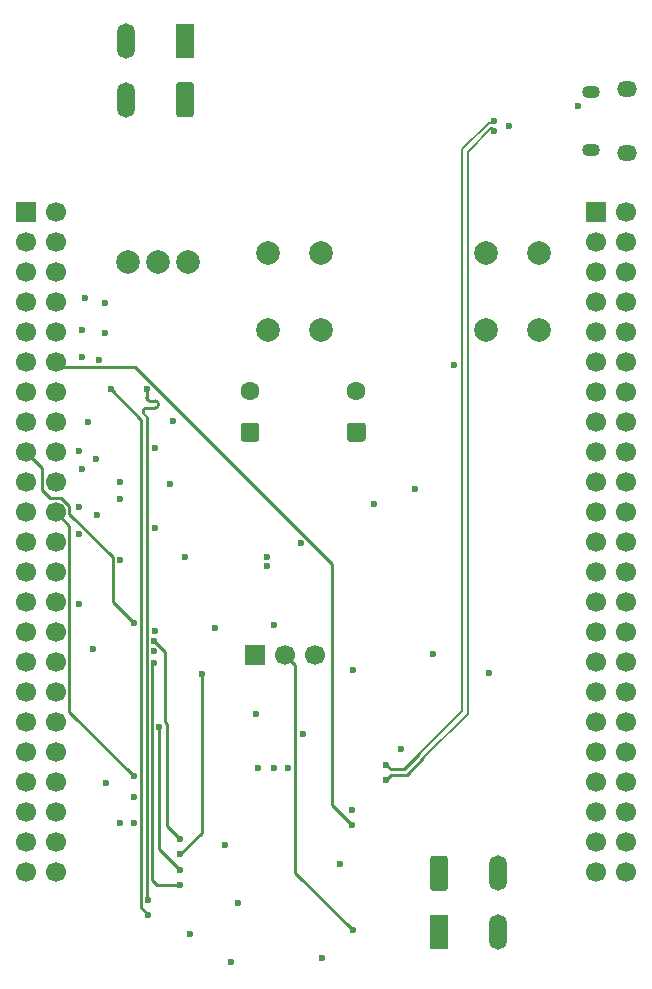
<source format=gbr>
G04 #@! TF.GenerationSoftware,KiCad,Pcbnew,9.0.1+1*
G04 #@! TF.CreationDate,2025-11-22T15:40:33+00:00*
G04 #@! TF.ProjectId,com4bbb,636f6d34-6262-4622-9e6b-696361645f70,rev?*
G04 #@! TF.SameCoordinates,Original*
G04 #@! TF.FileFunction,Copper,L3,Inr*
G04 #@! TF.FilePolarity,Positive*
%FSLAX46Y46*%
G04 Gerber Fmt 4.6, Leading zero omitted, Abs format (unit mm)*
G04 Created by KiCad (PCBNEW 9.0.1+1) date 2025-11-22 15:40:33*
%MOMM*%
%LPD*%
G01*
G04 APERTURE LIST*
G04 #@! TA.AperFunction,ComponentPad*
%ADD10R,1.700000X1.700000*%
G04 #@! TD*
G04 #@! TA.AperFunction,ComponentPad*
%ADD11C,1.700000*%
G04 #@! TD*
G04 #@! TA.AperFunction,ComponentPad*
%ADD12R,1.500000X3.000000*%
G04 #@! TD*
G04 #@! TA.AperFunction,ComponentPad*
%ADD13O,1.500000X3.000000*%
G04 #@! TD*
G04 #@! TA.AperFunction,ComponentPad*
%ADD14C,2.000000*%
G04 #@! TD*
G04 #@! TA.AperFunction,ComponentPad*
%ADD15C,1.600000*%
G04 #@! TD*
G04 #@! TA.AperFunction,HeatsinkPad*
%ADD16O,1.700000X1.350000*%
G04 #@! TD*
G04 #@! TA.AperFunction,HeatsinkPad*
%ADD17O,1.500000X1.100000*%
G04 #@! TD*
G04 #@! TA.AperFunction,ViaPad*
%ADD18C,0.600000*%
G04 #@! TD*
G04 #@! TA.AperFunction,Conductor*
%ADD19C,0.250000*%
G04 #@! TD*
G04 #@! TA.AperFunction,Conductor*
%ADD20C,0.200000*%
G04 #@! TD*
G04 APERTURE END LIST*
D10*
X164630100Y-62382400D03*
D11*
X167170100Y-62382400D03*
X164630100Y-64922400D03*
X167170100Y-64922400D03*
X164630100Y-67462400D03*
X167170100Y-67462400D03*
X164630100Y-70002400D03*
X167170100Y-70002400D03*
X164630100Y-72542400D03*
X167170100Y-72542400D03*
X164630100Y-75082400D03*
X167170100Y-75082400D03*
X164630100Y-77622400D03*
X167170100Y-77622400D03*
X164630100Y-80162400D03*
X167170100Y-80162400D03*
X164630100Y-82702400D03*
X167170100Y-82702400D03*
X164630100Y-85242400D03*
X167170100Y-85242400D03*
X164630100Y-87782400D03*
X167170100Y-87782400D03*
X164630100Y-90322400D03*
X167170100Y-90322400D03*
X164630100Y-92862400D03*
X167170100Y-92862400D03*
X164630100Y-95402400D03*
X167170100Y-95402400D03*
X164630100Y-97942400D03*
X167170100Y-97942400D03*
X164630100Y-100482400D03*
X167170100Y-100482400D03*
X164630100Y-103022400D03*
X167170100Y-103022400D03*
X164630100Y-105562400D03*
X167170100Y-105562400D03*
X164630100Y-108102400D03*
X167170100Y-108102400D03*
X164630100Y-110642400D03*
X167170100Y-110642400D03*
X164630100Y-113182400D03*
X167170100Y-113182400D03*
X164630100Y-115722400D03*
X167170100Y-115722400D03*
X164630100Y-118262400D03*
X167170100Y-118262400D03*
D10*
X116370100Y-62382400D03*
D11*
X118910100Y-62382400D03*
X116370100Y-64922400D03*
X118910100Y-64922400D03*
X116370100Y-67462400D03*
X118910100Y-67462400D03*
X116370100Y-70002400D03*
X118910100Y-70002400D03*
X116370100Y-72542400D03*
X118910100Y-72542400D03*
X116370100Y-75082400D03*
X118910100Y-75082400D03*
X116370100Y-77622400D03*
X118910100Y-77622400D03*
X116370100Y-80162400D03*
X118910100Y-80162400D03*
X116370100Y-82702400D03*
X118910100Y-82702400D03*
X116370100Y-85242400D03*
X118910100Y-85242400D03*
X116370100Y-87782400D03*
X118910100Y-87782400D03*
X116370100Y-90322400D03*
X118910100Y-90322400D03*
X116370100Y-92862400D03*
X118910100Y-92862400D03*
X116370100Y-95402400D03*
X118910100Y-95402400D03*
X116370100Y-97942400D03*
X118910100Y-97942400D03*
X116370100Y-100482400D03*
X118910100Y-100482400D03*
X116370100Y-103022400D03*
X118910100Y-103022400D03*
X116370100Y-105562400D03*
X118910100Y-105562400D03*
X116370100Y-108102400D03*
X118910100Y-108102400D03*
X116370100Y-110642400D03*
X118910100Y-110642400D03*
X116370100Y-113182400D03*
X118910100Y-113182400D03*
X116370100Y-115722400D03*
X118910100Y-115722400D03*
X116370100Y-118262400D03*
X118910100Y-118262400D03*
G04 #@! TA.AperFunction,ComponentPad*
G36*
G01*
X150620100Y-119632399D02*
X150620100Y-117132401D01*
G75*
G02*
X150870101Y-116882400I250001J0D01*
G01*
X151870099Y-116882400D01*
G75*
G02*
X152120100Y-117132401I0J-250001D01*
G01*
X152120100Y-119632399D01*
G75*
G02*
X151870099Y-119882400I-250001J0D01*
G01*
X150870101Y-119882400D01*
G75*
G02*
X150620100Y-119632399I0J250001D01*
G01*
G37*
G04 #@! TD.AperFunction*
D12*
X151370100Y-123382400D03*
D13*
X156370100Y-118382400D03*
X156370100Y-123382400D03*
D14*
X155370100Y-72382400D03*
X155370100Y-65882400D03*
X159870100Y-72382400D03*
X159870100Y-65882400D03*
X136870100Y-72382400D03*
X136870100Y-65882400D03*
X141370100Y-72382400D03*
X141370100Y-65882400D03*
G04 #@! TA.AperFunction,ComponentPad*
G36*
G01*
X130620100Y-51632401D02*
X130620100Y-54132399D01*
G75*
G02*
X130370099Y-54382400I-250001J0D01*
G01*
X129370101Y-54382400D01*
G75*
G02*
X129120100Y-54132399I0J250001D01*
G01*
X129120100Y-51632401D01*
G75*
G02*
X129370101Y-51382400I250001J0D01*
G01*
X130370099Y-51382400D01*
G75*
G02*
X130620100Y-51632401I0J-250001D01*
G01*
G37*
G04 #@! TD.AperFunction*
D12*
X129870100Y-47882400D03*
D13*
X124870100Y-52882400D03*
X124870100Y-47882400D03*
D14*
X130160100Y-66632400D03*
X127620100Y-66632400D03*
X125080100Y-66632400D03*
G04 #@! TA.AperFunction,ComponentPad*
G36*
G01*
X135920100Y-81835051D02*
X134820100Y-81835051D01*
G75*
G02*
X134570100Y-81585051I0J250000D01*
G01*
X134570100Y-80485051D01*
G75*
G02*
X134820100Y-80235051I250000J0D01*
G01*
X135920100Y-80235051D01*
G75*
G02*
X136170100Y-80485051I0J-250000D01*
G01*
X136170100Y-81585051D01*
G75*
G02*
X135920100Y-81835051I-250000J0D01*
G01*
G37*
G04 #@! TD.AperFunction*
D15*
X135370100Y-77535051D03*
G04 #@! TA.AperFunction,ComponentPad*
G36*
G01*
X144920100Y-81835051D02*
X143820100Y-81835051D01*
G75*
G02*
X143570100Y-81585051I0J250000D01*
G01*
X143570100Y-80485051D01*
G75*
G02*
X143820100Y-80235051I250000J0D01*
G01*
X144920100Y-80235051D01*
G75*
G02*
X145170100Y-80485051I0J-250000D01*
G01*
X145170100Y-81585051D01*
G75*
G02*
X144920100Y-81835051I-250000J0D01*
G01*
G37*
G04 #@! TD.AperFunction*
X144370100Y-77535051D03*
D16*
X167250100Y-57412400D03*
D17*
X164250100Y-57102400D03*
X164250100Y-52262400D03*
D16*
X167250100Y-51952400D03*
D10*
X135830100Y-99882400D03*
D11*
X138370100Y-99882400D03*
X140910100Y-99882400D03*
D18*
X133770100Y-125882400D03*
X122620100Y-74882400D03*
X130270100Y-123482400D03*
X129870100Y-91582400D03*
X121370100Y-69632400D03*
X128870100Y-80082400D03*
X128570100Y-85382400D03*
X123120100Y-70132400D03*
X127245100Y-99582400D03*
X163170100Y-53382400D03*
X148120100Y-107882400D03*
X120870100Y-95582400D03*
X144120100Y-101132400D03*
X120870100Y-82632400D03*
X120870100Y-87382400D03*
X135870100Y-104882400D03*
X121120100Y-72382400D03*
X141470100Y-125582400D03*
X120870100Y-89682400D03*
X124370100Y-91882400D03*
X123120100Y-72632400D03*
X134370100Y-120882400D03*
X121170100Y-84182400D03*
X121120100Y-74632400D03*
X132370100Y-97632400D03*
X157270100Y-55082400D03*
X133270100Y-115982400D03*
X122070100Y-99382400D03*
X121620100Y-80132400D03*
X137370100Y-97382400D03*
X142970100Y-117582400D03*
X152620100Y-75382400D03*
X127370100Y-97828400D03*
X127370100Y-82382400D03*
X127370100Y-89132400D03*
X149370100Y-85882400D03*
X124370100Y-114132400D03*
X123170099Y-110772399D03*
X143970100Y-114282400D03*
X150902600Y-99849900D03*
X139870100Y-106582400D03*
X125544100Y-97203400D03*
X124370100Y-86682400D03*
X136797652Y-92381928D03*
X139687042Y-90449342D03*
X136770100Y-91582400D03*
X124370100Y-85242400D03*
X125537012Y-110162188D03*
X137370100Y-109482400D03*
X155620100Y-101382400D03*
X143970100Y-112982400D03*
X129470100Y-115482400D03*
X127245100Y-98682400D03*
X129470100Y-118082400D03*
X127696100Y-105982400D03*
X131270100Y-101482400D03*
X129470100Y-116782400D03*
X127245100Y-100582400D03*
X129470100Y-119382400D03*
X122385100Y-88017400D03*
X122370100Y-83282400D03*
X123570100Y-77382400D03*
X126770100Y-121882400D03*
X126620100Y-77382400D03*
X126770100Y-120682400D03*
X144070100Y-123182400D03*
X138570100Y-109482400D03*
X125544100Y-114133400D03*
X125544100Y-111882400D03*
X136070100Y-109482400D03*
X146870100Y-109182400D03*
X156070100Y-54657400D03*
X156070100Y-55507400D03*
X146870100Y-110482400D03*
X145870100Y-87132400D03*
D19*
X142306100Y-112618400D02*
X142306100Y-92183102D01*
X142306100Y-92183102D02*
X125631398Y-75508400D01*
X119336100Y-75508400D02*
X118910100Y-75082400D01*
X125631398Y-75508400D02*
X119336100Y-75508400D01*
X143970100Y-114282400D02*
X142306100Y-112618400D01*
X123744100Y-95403400D02*
X125544100Y-97203400D01*
X118422984Y-86606400D02*
X119397216Y-86606400D01*
X123744100Y-91623102D02*
X123744100Y-95403400D01*
X117734100Y-84066400D02*
X117734100Y-85917516D01*
X117734100Y-85917516D02*
X118422984Y-86606400D01*
X116370100Y-82702400D02*
X117734100Y-84066400D01*
X120086100Y-87965102D02*
X123744100Y-91623102D01*
X120086100Y-87295284D02*
X120086100Y-87965102D01*
X119397216Y-86606400D02*
X120086100Y-87295284D01*
X120086100Y-88958400D02*
X120086100Y-104711276D01*
X118910100Y-87782400D02*
X120086100Y-88958400D01*
X120086100Y-104711276D02*
X125537012Y-110162188D01*
X128370100Y-114382400D02*
X128370100Y-105771102D01*
X129470100Y-115482400D02*
X128370100Y-114382400D01*
X128176650Y-105577652D02*
X128176650Y-99613950D01*
X128176650Y-99613950D02*
X127245100Y-98682400D01*
X128370100Y-105771102D02*
X128176650Y-105577652D01*
X127696100Y-105982400D02*
X127696100Y-116308400D01*
X127696100Y-116308400D02*
X129470100Y-118082400D01*
X131303550Y-101515850D02*
X131303550Y-114948950D01*
X131303550Y-114948950D02*
X129470100Y-116782400D01*
X131270100Y-101482400D02*
X131303550Y-101515850D01*
X127470100Y-119382400D02*
X127071100Y-118983400D01*
X127071100Y-100756400D02*
X127245100Y-100582400D01*
X129470100Y-119382400D02*
X127470100Y-119382400D01*
X127071100Y-118983400D02*
X127071100Y-100756400D01*
X126169100Y-79981400D02*
X126169100Y-120398102D01*
X126144100Y-120423102D02*
X126144100Y-121256400D01*
X126169100Y-120398102D02*
X126144100Y-120423102D01*
X123570100Y-77382400D02*
X126169100Y-79981400D01*
X126144100Y-121256400D02*
X126770100Y-121882400D01*
X126481977Y-78981227D02*
X127364031Y-78981227D01*
X127604031Y-78621227D02*
X127604031Y-78741227D01*
X126620100Y-79719350D02*
X126620100Y-120532400D01*
X126620100Y-120532400D02*
X126770100Y-120682400D01*
X126860100Y-78381227D02*
X127364031Y-78381227D01*
X126620100Y-77382400D02*
X126620100Y-78141227D01*
X126343854Y-79119350D02*
X126343854Y-79443104D01*
X126343854Y-79443104D02*
G75*
G03*
X126481977Y-79581246I138146J4D01*
G01*
X126620100Y-78141227D02*
G75*
G03*
X126860100Y-78381200I240000J27D01*
G01*
X126481977Y-79581227D02*
G75*
G02*
X126620073Y-79719350I23J-138073D01*
G01*
X127604031Y-78741227D02*
G75*
G02*
X127364031Y-78981231I-240031J27D01*
G01*
X126481977Y-78981227D02*
G75*
G03*
X126343927Y-79119350I23J-138073D01*
G01*
X127364031Y-78381227D02*
G75*
G02*
X127603973Y-78621227I-31J-239973D01*
G01*
X144070100Y-123182400D02*
X139220100Y-118332400D01*
X139220100Y-100732400D02*
X138370100Y-99882400D01*
X139220100Y-118332400D02*
X139220100Y-100732400D01*
D20*
X155870101Y-54857399D02*
X155576903Y-54857399D01*
D19*
X148416546Y-109582400D02*
X149693323Y-108305623D01*
X147270100Y-109582400D02*
X148416546Y-109582400D01*
X146870100Y-109182400D02*
X147270100Y-109582400D01*
D20*
X153345100Y-104653846D02*
X149693323Y-108305623D01*
X156070100Y-54657400D02*
X155870101Y-54857399D01*
X153345100Y-57089202D02*
X153345100Y-104653846D01*
X155576903Y-54857399D02*
X153345100Y-57089202D01*
X156070100Y-55507400D02*
X155870101Y-55307401D01*
D19*
X146870100Y-110482400D02*
X147270100Y-110082400D01*
D20*
X155763297Y-55307401D02*
X153795100Y-57275598D01*
D19*
X147270100Y-110082400D02*
X148623654Y-110082400D01*
D20*
X153795100Y-104910954D02*
X150046877Y-108659177D01*
X155870101Y-55307401D02*
X155763297Y-55307401D01*
X153795100Y-57275598D02*
X153795100Y-104910954D01*
D19*
X148623654Y-110082400D02*
X150046877Y-108659177D01*
M02*

</source>
